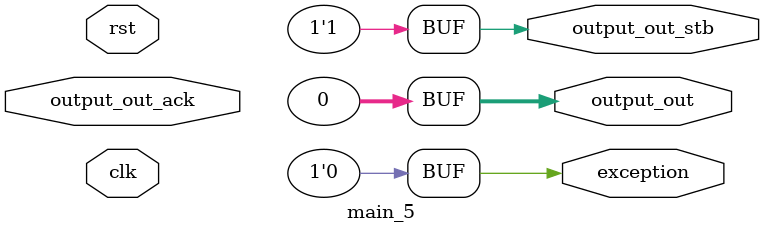
<source format=v>
module main_5 (output_out_ack,clk,rst,output_out,output_out_stb,exception);
  input output_out_ack;
  input clk;
  input rst;
  output [31:0] output_out;
  output output_out_stb;
  output exception;

  assign output_out = 0;
  assign output_out_stb = 1;
  assign exception = 0;
endmodule
</source>
